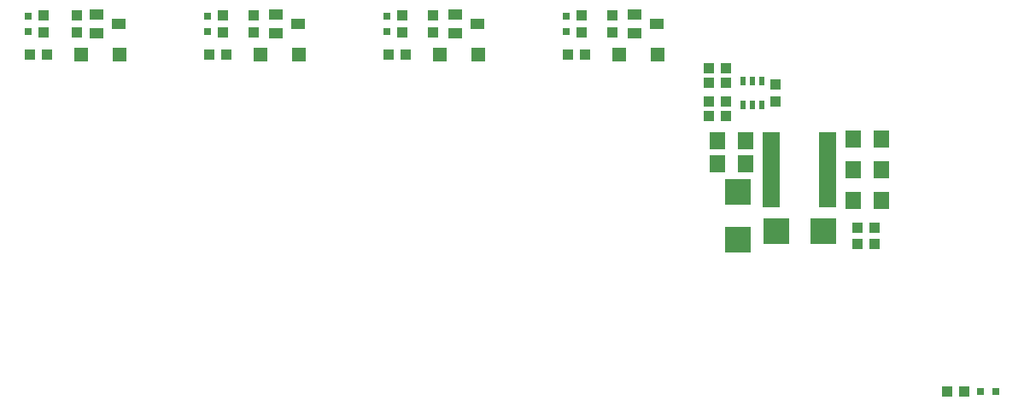
<source format=gtp>
G75*
%MOIN*%
%OFA0B0*%
%FSLAX24Y24*%
%IPPOS*%
%LPD*%
%AMOC8*
5,1,8,0,0,1.08239X$1,22.5*
%
%ADD10R,0.0315X0.0315*%
%ADD11R,0.0433X0.0394*%
%ADD12R,0.0394X0.0433*%
%ADD13R,0.0551X0.0394*%
%ADD14R,0.0551X0.0551*%
%ADD15R,0.1000X0.1000*%
%ADD16R,0.0236X0.0354*%
%ADD17R,0.0709X0.2953*%
%ADD18R,0.0630X0.0709*%
D10*
X042005Y002050D03*
X042595Y002050D03*
X025850Y016105D03*
X025850Y016695D03*
X018850Y016695D03*
X018850Y016105D03*
X011850Y016105D03*
X011850Y016695D03*
X004850Y016695D03*
X004850Y016105D03*
D11*
X004915Y015200D03*
X005585Y015200D03*
X011915Y015200D03*
X012585Y015200D03*
X018915Y015200D03*
X019585Y015200D03*
X025915Y015200D03*
X026585Y015200D03*
X031415Y014660D03*
X032085Y014660D03*
X032075Y014110D03*
X031405Y014110D03*
X031415Y013360D03*
X032085Y013360D03*
X032085Y012800D03*
X031415Y012800D03*
X037215Y008440D03*
X037885Y008440D03*
X037885Y007820D03*
X037215Y007820D03*
X040715Y002050D03*
X041385Y002050D03*
D12*
X034000Y013375D03*
X034000Y014045D03*
X027650Y016065D03*
X026450Y016065D03*
X026450Y016735D03*
X027650Y016735D03*
X020650Y016735D03*
X019450Y016735D03*
X019450Y016065D03*
X020650Y016065D03*
X013650Y016065D03*
X012450Y016065D03*
X012450Y016735D03*
X013650Y016735D03*
X006750Y016735D03*
X005450Y016735D03*
X005450Y016065D03*
X006750Y016065D03*
D13*
X007517Y016026D03*
X008383Y016400D03*
X007517Y016774D03*
X014517Y016774D03*
X015383Y016400D03*
X014517Y016026D03*
X021517Y016026D03*
X022383Y016400D03*
X021517Y016774D03*
X028517Y016774D03*
X029383Y016400D03*
X028517Y016026D03*
D14*
X027902Y015200D03*
X029398Y015200D03*
X022398Y015200D03*
X020902Y015200D03*
X015398Y015200D03*
X013902Y015200D03*
X008398Y015200D03*
X006902Y015200D03*
D15*
X032550Y007975D03*
X034025Y008300D03*
X035875Y008300D03*
X032550Y009825D03*
D16*
X032726Y013257D03*
X033100Y013257D03*
X033474Y013257D03*
X033474Y014163D03*
X033100Y014163D03*
X032726Y014163D03*
D17*
X033848Y010700D03*
X036052Y010700D03*
D18*
X037049Y010700D03*
X038151Y010700D03*
X038151Y011900D03*
X037049Y011900D03*
X032851Y011850D03*
X031749Y011850D03*
X031749Y010950D03*
X032851Y010950D03*
X037049Y009500D03*
X038151Y009500D03*
M02*

</source>
